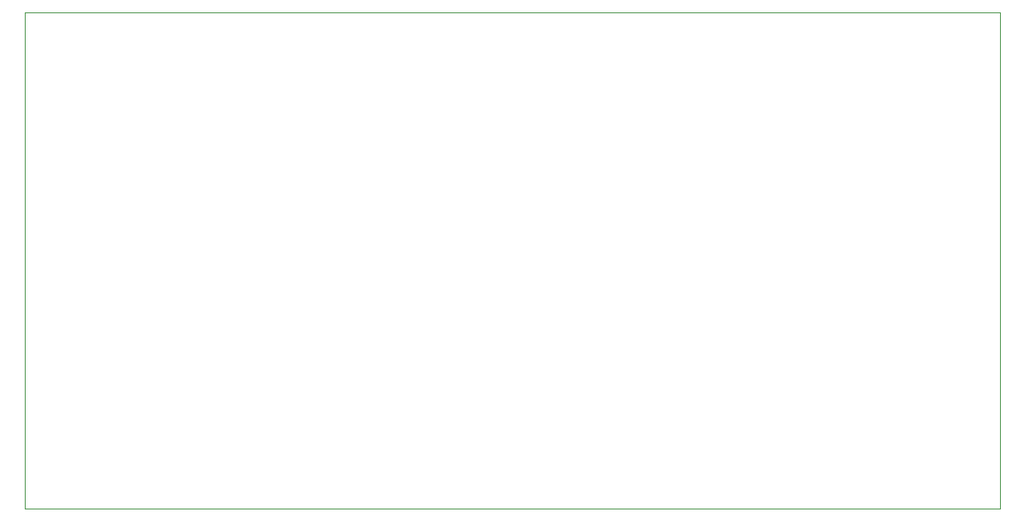
<source format=gbr>
G04 #@! TF.GenerationSoftware,KiCad,Pcbnew,(5.1.5)-3*
G04 #@! TF.CreationDate,2020-03-16T20:43:13+08:00*
G04 #@! TF.ProjectId,sd04,73643034-2e6b-4696-9361-645f70636258,v0.2*
G04 #@! TF.SameCoordinates,PX3e41030PY7464a18*
G04 #@! TF.FileFunction,Profile,NP*
%FSLAX46Y46*%
G04 Gerber Fmt 4.6, Leading zero omitted, Abs format (unit mm)*
G04 Created by KiCad (PCBNEW (5.1.5)-3) date 2020-03-16 20:43:13*
%MOMM*%
%LPD*%
G04 APERTURE LIST*
%ADD10C,0.050000*%
G04 APERTURE END LIST*
D10*
X0Y0D02*
X99822000Y0D01*
X0Y50800000D02*
X0Y50800000D01*
X99822000Y50800000D02*
X0Y50800000D01*
X99822000Y0D02*
X99822000Y50800000D01*
X0Y50800000D02*
X0Y0D01*
M02*

</source>
